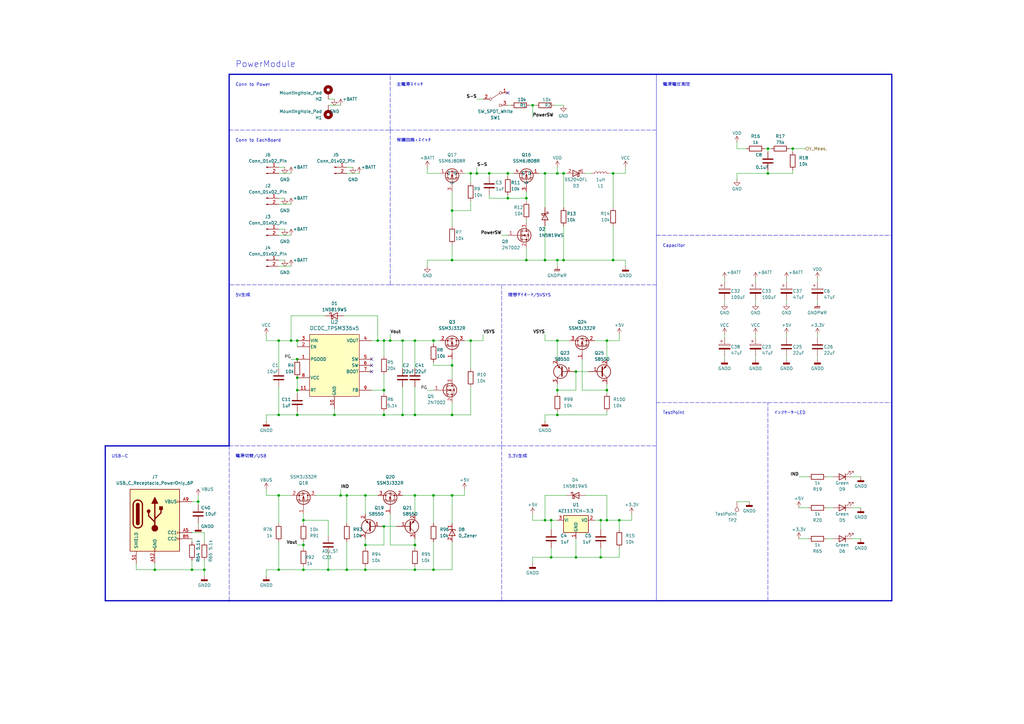
<source format=kicad_sch>
(kicad_sch (version 20230121) (generator eeschema)
  (paper "A3")
  (junction (at 149.86 233.68))
  (junction (at 165.1 139.7))
  (junction (at 139.7 203.2))
  (junction (at 215.9 106.68))
  (junction (at 208.28 81.28))
  (junction (at 114.3 170.18))
  (junction (at 177.8 233.68))
  (junction (at 81.28 205.74))
  (junction (at 193.04 139.7))
  (junction (at 137.16 170.18))
  (junction (at 170.18 233.68))
  (junction (at 254 213.36))
  (junction (at 218.44 43.18))
  (junction (at 170.18 139.7))
  (junction (at 63.5 233.68))
  (junction (at 193.04 71.12))
  (junction (at 157.48 215.9))
  (junction (at 114.3 233.68))
  (junction (at 157.48 160.02))
  (junction (at 160.02 139.7))
  (junction (at 228.6 71.12))
  (junction (at 165.1 170.18))
  (junction (at 124.46 213.36))
  (junction (at 170.18 203.2))
  (junction (at 246.38 228.6))
  (junction (at 134.62 233.68))
  (junction (at 185.42 106.68))
  (junction (at 185.42 86.36))
  (junction (at 223.52 106.68))
  (junction (at 185.42 170.18))
  (junction (at 231.14 106.68))
  (junction (at 157.48 170.18))
  (junction (at 215.9 81.28))
  (junction (at 121.92 170.18))
  (junction (at 114.3 203.2))
  (junction (at 157.48 139.7))
  (junction (at 78.74 233.68))
  (junction (at 149.86 203.2))
  (junction (at 248.92 139.7))
  (junction (at 142.24 203.2))
  (junction (at 223.52 213.36))
  (junction (at 121.92 160.02))
  (junction (at 185.42 149.86))
  (junction (at 121.92 154.94))
  (junction (at 121.92 139.7))
  (junction (at 114.3 139.7))
  (junction (at 142.24 233.68))
  (junction (at 208.28 71.12))
  (junction (at 195.58 71.12))
  (junction (at 228.6 139.7))
  (junction (at 251.46 106.68))
  (junction (at 119.38 139.7))
  (junction (at 251.46 71.12))
  (junction (at 248.92 213.36))
  (junction (at 246.38 213.36))
  (junction (at 228.6 160.02))
  (junction (at 226.06 228.6))
  (junction (at 226.06 213.36))
  (junction (at 200.66 71.12))
  (junction (at 314.96 71.12))
  (junction (at 248.92 160.02))
  (junction (at 177.8 203.2))
  (junction (at 325.12 60.96))
  (junction (at 236.22 152.4))
  (junction (at 231.14 71.12))
  (junction (at 236.22 228.6))
  (junction (at 170.18 223.52))
  (junction (at 154.94 139.7))
  (junction (at 185.42 203.2))
  (junction (at 228.6 170.18))
  (junction (at 228.6 106.68))
  (junction (at 314.96 60.96))
  (junction (at 124.46 223.52))
  (junction (at 170.18 170.18))
  (junction (at 124.46 233.68))
  (junction (at 83.82 233.68))
  (junction (at 223.52 71.12))
  (junction (at 177.8 139.7))
  (junction (at 121.92 147.32))
  (junction (at 149.86 223.52))
  (no_connect (at 208.28 38.1))
  (no_connect (at 152.4 147.32))
  (no_connect (at 152.4 152.4))
  (no_connect (at 152.4 149.86))
  (wire (pts (xy 83.82 233.68) (xy 83.82 236.22)))
  (wire (pts (xy 246.38 224.79) (xy 246.38 228.6)))
  (wire (pts (xy 185.42 86.36) (xy 185.42 92.71)))
  (wire (pts (xy 160.02 210.82) (xy 160.02 223.52)))
  (wire (pts (xy 236.22 220.98) (xy 236.22 228.6)))
  (wire (pts (xy 134.62 227.33) (xy 134.62 233.68)))
  (wire (pts (xy 259.08 210.82) (xy 259.08 213.36)))
  (wire (pts (xy 218.44 228.6) (xy 218.44 231.14)))
  (wire (pts (xy 339.09 195.58) (xy 341.63 195.58)))
  (wire (pts (xy 228.6 160.02) (xy 236.22 160.02)))
  (wire (pts (xy 149.86 233.68) (xy 170.18 233.68)))
  (wire (pts (xy 193.04 170.18) (xy 185.42 170.18)))
  (wire (pts (xy 121.92 170.18) (xy 137.16 170.18)))
  (wire (pts (xy 223.52 170.18) (xy 223.52 172.72)))
  (wire (pts (xy 256.54 106.68) (xy 256.54 109.22)))
  (wire (pts (xy 142.24 233.68) (xy 149.86 233.68)))
  (wire (pts (xy 121.92 223.52) (xy 124.46 223.52)))
  (wire (pts (xy 226.06 228.6) (xy 236.22 228.6)))
  (wire (pts (xy 114.3 139.7) (xy 119.38 139.7)))
  (wire (pts (xy 175.26 160.02) (xy 177.8 160.02)))
  (polyline (pts (xy 365.76 30.48) (xy 365.76 246.38)) (stroke (width 0.5) (type solid)))
  (wire (pts (xy 309.88 146.05) (xy 309.88 147.32)))
  (wire (pts (xy 177.8 203.2) (xy 185.42 203.2)))
  (wire (pts (xy 175.26 71.12) (xy 180.34 71.12)))
  (wire (pts (xy 114.3 233.68) (xy 124.46 233.68)))
  (wire (pts (xy 134.62 233.68) (xy 142.24 233.68)))
  (wire (pts (xy 231.14 71.12) (xy 232.41 71.12)))
  (wire (pts (xy 124.46 214.63) (xy 124.46 213.36)))
  (wire (pts (xy 190.5 200.66) (xy 190.5 203.2)))
  (polyline (pts (xy 93.98 30.48) (xy 365.76 30.48)) (stroke (width 0.5) (type solid)))
  (wire (pts (xy 78.74 229.87) (xy 78.74 233.68)))
  (wire (pts (xy 251.46 71.12) (xy 251.46 85.09)))
  (wire (pts (xy 248.92 213.36) (xy 254 213.36)))
  (polyline (pts (xy 160.02 53.34) (xy 160.02 116.84)) (stroke (width 0) (type dash)))
  (wire (pts (xy 149.86 232.41) (xy 149.86 233.68)))
  (wire (pts (xy 218.44 43.18) (xy 219.71 43.18)))
  (wire (pts (xy 170.18 232.41) (xy 170.18 233.68)))
  (wire (pts (xy 165.1 170.18) (xy 170.18 170.18)))
  (wire (pts (xy 226.06 224.79) (xy 226.06 228.6)))
  (wire (pts (xy 215.9 78.74) (xy 215.9 81.28)))
  (wire (pts (xy 185.42 149.86) (xy 185.42 154.94)))
  (wire (pts (xy 119.38 129.54) (xy 133.35 129.54)))
  (wire (pts (xy 124.46 222.25) (xy 124.46 223.52)))
  (wire (pts (xy 109.22 170.18) (xy 109.22 172.72)))
  (wire (pts (xy 170.18 139.7) (xy 170.18 151.13)))
  (polyline (pts (xy 269.24 165.1) (xy 314.96 165.1)) (stroke (width 0) (type dash)))
  (wire (pts (xy 170.18 210.82) (xy 170.18 203.2)))
  (wire (pts (xy 248.92 168.91) (xy 248.92 170.18)))
  (wire (pts (xy 160.02 139.7) (xy 165.1 139.7)))
  (wire (pts (xy 217.17 43.18) (xy 218.44 43.18)))
  (wire (pts (xy 193.04 158.75) (xy 193.04 170.18)))
  (wire (pts (xy 177.8 139.7) (xy 177.8 140.97)))
  (wire (pts (xy 208.28 71.12) (xy 210.82 71.12)))
  (wire (pts (xy 256.54 106.68) (xy 251.46 106.68)))
  (wire (pts (xy 248.92 147.32) (xy 248.92 139.7)))
  (wire (pts (xy 226.06 213.36) (xy 226.06 217.17)))
  (wire (pts (xy 231.14 106.68) (xy 251.46 106.68)))
  (wire (pts (xy 190.5 139.7) (xy 193.04 139.7)))
  (wire (pts (xy 297.18 124.46) (xy 297.18 123.19)))
  (wire (pts (xy 200.66 71.12) (xy 200.66 72.39)))
  (wire (pts (xy 185.42 106.68) (xy 215.9 106.68)))
  (polyline (pts (xy 205.74 182.88) (xy 205.74 246.38)) (stroke (width 0) (type dash)))
  (wire (pts (xy 140.97 129.54) (xy 154.94 129.54)))
  (wire (pts (xy 193.04 71.12) (xy 195.58 71.12)))
  (wire (pts (xy 78.74 233.68) (xy 63.5 233.68)))
  (wire (pts (xy 121.92 154.94) (xy 121.92 160.02)))
  (wire (pts (xy 238.76 160.02) (xy 248.92 160.02)))
  (wire (pts (xy 160.02 137.16) (xy 160.02 139.7)))
  (wire (pts (xy 193.04 82.55) (xy 193.04 86.36)))
  (wire (pts (xy 208.28 80.01) (xy 208.28 81.28)))
  (wire (pts (xy 314.96 62.23) (xy 314.96 60.96)))
  (wire (pts (xy 175.26 68.58) (xy 175.26 71.12)))
  (wire (pts (xy 335.28 146.05) (xy 335.28 147.32)))
  (wire (pts (xy 223.52 106.68) (xy 228.6 106.68)))
  (wire (pts (xy 228.6 106.68) (xy 231.14 106.68)))
  (wire (pts (xy 177.8 139.7) (xy 180.34 139.7)))
  (wire (pts (xy 254 213.36) (xy 254 217.17)))
  (polyline (pts (xy 160.02 53.34) (xy 269.24 53.34)) (stroke (width 0) (type dash)))
  (wire (pts (xy 246.38 213.36) (xy 246.38 217.17)))
  (wire (pts (xy 325.12 69.85) (xy 325.12 71.12)))
  (wire (pts (xy 142.24 214.63) (xy 142.24 203.2)))
  (wire (pts (xy 152.4 139.7) (xy 154.94 139.7)))
  (wire (pts (xy 154.94 203.2) (xy 149.86 203.2)))
  (wire (pts (xy 218.44 213.36) (xy 223.52 213.36)))
  (polyline (pts (xy 269.24 116.84) (xy 160.02 116.84)) (stroke (width 0) (type dash)))
  (wire (pts (xy 322.58 114.3) (xy 322.58 115.57)))
  (wire (pts (xy 114.3 158.75) (xy 114.3 170.18)))
  (wire (pts (xy 193.04 86.36) (xy 185.42 86.36)))
  (wire (pts (xy 142.24 222.25) (xy 142.24 233.68)))
  (wire (pts (xy 157.48 215.9) (xy 162.56 215.9)))
  (wire (pts (xy 240.03 203.2) (xy 248.92 203.2)))
  (wire (pts (xy 83.82 218.44) (xy 83.82 222.25)))
  (wire (pts (xy 137.16 167.64) (xy 137.16 170.18)))
  (wire (pts (xy 170.18 139.7) (xy 177.8 139.7)))
  (wire (pts (xy 114.3 93.98) (xy 116.84 93.98)))
  (wire (pts (xy 114.3 81.28) (xy 116.84 81.28)))
  (wire (pts (xy 157.48 223.52) (xy 157.48 215.9)))
  (wire (pts (xy 63.5 233.68) (xy 63.5 231.14)))
  (wire (pts (xy 205.74 96.52) (xy 208.28 96.52)))
  (wire (pts (xy 114.3 96.52) (xy 119.38 96.52)))
  (wire (pts (xy 322.58 146.05) (xy 322.58 147.32)))
  (wire (pts (xy 55.88 233.68) (xy 63.5 233.68)))
  (polyline (pts (xy 269.24 96.52) (xy 365.76 96.52)) (stroke (width 0) (type dash)))
  (wire (pts (xy 236.22 152.4) (xy 241.3 152.4)))
  (wire (pts (xy 119.38 129.54) (xy 119.38 139.7)))
  (wire (pts (xy 223.52 71.12) (xy 228.6 71.12)))
  (wire (pts (xy 236.22 228.6) (xy 246.38 228.6)))
  (wire (pts (xy 177.8 233.68) (xy 170.18 233.68)))
  (wire (pts (xy 228.6 168.91) (xy 228.6 170.18)))
  (wire (pts (xy 114.3 170.18) (xy 121.92 170.18)))
  (wire (pts (xy 165.1 158.75) (xy 165.1 170.18)))
  (wire (pts (xy 121.92 161.29) (xy 121.92 160.02)))
  (wire (pts (xy 195.58 40.64) (xy 198.12 40.64)))
  (wire (pts (xy 114.3 68.58) (xy 116.84 68.58)))
  (wire (pts (xy 154.94 139.7) (xy 157.48 139.7)))
  (wire (pts (xy 208.28 43.18) (xy 209.55 43.18)))
  (wire (pts (xy 349.25 208.28) (xy 353.06 208.28)))
  (wire (pts (xy 309.88 114.3) (xy 309.88 115.57)))
  (wire (pts (xy 124.46 233.68) (xy 124.46 232.41)))
  (wire (pts (xy 177.8 222.25) (xy 177.8 233.68)))
  (wire (pts (xy 228.6 160.02) (xy 228.6 161.29)))
  (wire (pts (xy 149.86 223.52) (xy 149.86 224.79)))
  (wire (pts (xy 248.92 160.02) (xy 248.92 161.29)))
  (wire (pts (xy 195.58 68.58) (xy 195.58 71.12)))
  (wire (pts (xy 208.28 81.28) (xy 215.9 81.28)))
  (wire (pts (xy 240.03 71.12) (xy 242.57 71.12)))
  (wire (pts (xy 114.3 71.12) (xy 119.38 71.12)))
  (wire (pts (xy 124.46 233.68) (xy 134.62 233.68)))
  (wire (pts (xy 114.3 109.22) (xy 119.38 109.22)))
  (wire (pts (xy 193.04 139.7) (xy 193.04 151.13)))
  (wire (pts (xy 121.92 168.91) (xy 121.92 170.18)))
  (wire (pts (xy 322.58 124.46) (xy 322.58 123.19)))
  (wire (pts (xy 177.8 148.59) (xy 177.8 149.86)))
  (wire (pts (xy 114.3 139.7) (xy 114.3 151.13)))
  (wire (pts (xy 314.96 60.96) (xy 313.69 60.96)))
  (wire (pts (xy 223.52 137.16) (xy 223.52 139.7)))
  (wire (pts (xy 124.46 213.36) (xy 124.46 210.82)))
  (wire (pts (xy 170.18 158.75) (xy 170.18 170.18)))
  (polyline (pts (xy 93.98 182.88) (xy 93.98 30.48)) (stroke (width 0.5) (type solid)))
  (wire (pts (xy 233.68 139.7) (xy 228.6 139.7)))
  (wire (pts (xy 200.66 81.28) (xy 208.28 81.28)))
  (polyline (pts (xy 93.98 53.34) (xy 160.02 53.34)) (stroke (width 0) (type dash)))
  (wire (pts (xy 228.6 109.22) (xy 228.6 106.68)))
  (wire (pts (xy 185.42 147.32) (xy 185.42 149.86)))
  (wire (pts (xy 223.52 203.2) (xy 223.52 213.36)))
  (wire (pts (xy 314.96 60.96) (xy 316.23 60.96)))
  (wire (pts (xy 314.96 69.85) (xy 314.96 71.12)))
  (wire (pts (xy 193.04 139.7) (xy 198.12 139.7)))
  (wire (pts (xy 81.28 203.2) (xy 81.28 205.74)))
  (wire (pts (xy 195.58 71.12) (xy 200.66 71.12)))
  (wire (pts (xy 220.98 71.12) (xy 223.52 71.12)))
  (wire (pts (xy 114.3 106.68) (xy 116.84 106.68)))
  (wire (pts (xy 297.18 114.3) (xy 297.18 115.57)))
  (wire (pts (xy 109.22 139.7) (xy 114.3 139.7)))
  (wire (pts (xy 185.42 203.2) (xy 190.5 203.2)))
  (polyline (pts (xy 314.96 246.38) (xy 314.96 165.1)) (stroke (width 0) (type dash)))
  (wire (pts (xy 109.22 233.68) (xy 114.3 233.68)))
  (wire (pts (xy 254 213.36) (xy 259.08 213.36)))
  (wire (pts (xy 215.9 81.28) (xy 215.9 82.55)))
  (polyline (pts (xy 205.74 182.88) (xy 269.24 182.88)) (stroke (width 0) (type dash)))
  (wire (pts (xy 134.62 43.18) (xy 139.7 43.18)))
  (wire (pts (xy 297.18 137.16) (xy 297.18 138.43)))
  (wire (pts (xy 185.42 78.74) (xy 185.42 86.36)))
  (wire (pts (xy 157.48 139.7) (xy 157.48 146.05)))
  (wire (pts (xy 165.1 139.7) (xy 165.1 151.13)))
  (wire (pts (xy 139.7 200.66) (xy 139.7 203.2)))
  (wire (pts (xy 185.42 233.68) (xy 177.8 233.68)))
  (wire (pts (xy 246.38 228.6) (xy 254 228.6)))
  (wire (pts (xy 177.8 203.2) (xy 177.8 214.63)))
  (wire (pts (xy 335.28 114.3) (xy 335.28 115.57)))
  (wire (pts (xy 251.46 92.71) (xy 251.46 106.68)))
  (wire (pts (xy 170.18 223.52) (xy 170.18 224.79)))
  (wire (pts (xy 223.52 213.36) (xy 226.06 213.36)))
  (wire (pts (xy 297.18 147.32) (xy 297.18 146.05)))
  (wire (pts (xy 228.6 170.18) (xy 248.92 170.18)))
  (wire (pts (xy 254 224.79) (xy 254 228.6)))
  (wire (pts (xy 302.26 60.96) (xy 306.07 60.96)))
  (wire (pts (xy 170.18 203.2) (xy 177.8 203.2)))
  (wire (pts (xy 223.52 71.12) (xy 223.52 85.09)))
  (polyline (pts (xy 160.02 116.84) (xy 93.98 116.84)) (stroke (width 0) (type dash)))
  (wire (pts (xy 157.48 168.91) (xy 157.48 170.18)))
  (wire (pts (xy 248.92 203.2) (xy 248.92 213.36)))
  (wire (pts (xy 149.86 203.2) (xy 149.86 210.82)))
  (wire (pts (xy 302.26 71.12) (xy 314.96 71.12)))
  (wire (pts (xy 55.88 231.14) (xy 55.88 233.68)))
  (wire (pts (xy 142.24 68.58) (xy 144.78 68.58)))
  (wire (pts (xy 335.28 137.16) (xy 335.28 138.43)))
  (wire (pts (xy 121.92 139.7) (xy 121.92 142.24)))
  (wire (pts (xy 190.5 71.12) (xy 193.04 71.12)))
  (wire (pts (xy 246.38 213.36) (xy 248.92 213.36)))
  (wire (pts (xy 309.88 124.46) (xy 309.88 123.19)))
  (wire (pts (xy 218.44 43.18) (xy 218.44 48.26)))
  (polyline (pts (xy 160.02 53.34) (xy 160.02 30.48)) (stroke (width 0) (type dash)))
  (wire (pts (xy 335.28 123.19) (xy 335.28 124.46)))
  (wire (pts (xy 109.22 139.7) (xy 109.22 137.16)))
  (wire (pts (xy 157.48 153.67) (xy 157.48 160.02)))
  (wire (pts (xy 223.52 92.71) (xy 223.52 106.68)))
  (wire (pts (xy 109.22 236.22) (xy 109.22 233.68)))
  (wire (pts (xy 149.86 220.98) (xy 149.86 223.52)))
  (wire (pts (xy 114.3 203.2) (xy 119.38 203.2)))
  (wire (pts (xy 124.46 213.36) (xy 134.62 213.36)))
  (wire (pts (xy 124.46 223.52) (xy 124.46 224.79)))
  (polyline (pts (xy 43.18 246.38) (xy 43.18 182.88)) (stroke (width 0.5)))
  (wire (pts (xy 114.3 83.82) (xy 119.38 83.82)))
  (wire (pts (xy 238.76 147.32) (xy 238.76 160.02)))
  (wire (pts (xy 152.4 160.02) (xy 157.48 160.02)))
  (wire (pts (xy 78.74 233.68) (xy 83.82 233.68)))
  (wire (pts (xy 231.14 71.12) (xy 228.6 71.12)))
  (polyline (pts (xy 269.24 30.48) (xy 269.24 246.38)) (stroke (width 0) (type solid)))
  (wire (pts (xy 160.02 223.52) (xy 170.18 223.52)))
  (wire (pts (xy 223.52 170.18) (xy 228.6 170.18)))
  (polyline (pts (xy 43.18 182.88) (xy 93.98 182.88)) (stroke (width 0.5)))
  (polyline (pts (xy 205.74 116.84) (xy 205.74 182.88)) (stroke (width 0) (type dash)))
  (wire (pts (xy 215.9 101.6) (xy 215.9 106.68)))
  (wire (pts (xy 228.6 157.48) (xy 228.6 160.02)))
  (wire (pts (xy 339.09 208.28) (xy 341.63 208.28)))
  (wire (pts (xy 309.88 137.16) (xy 309.88 138.43)))
  (wire (pts (xy 185.42 106.68) (xy 175.26 106.68)))
  (wire (pts (xy 134.62 219.71) (xy 134.62 213.36)))
  (wire (pts (xy 327.66 208.28) (xy 331.47 208.28)))
  (wire (pts (xy 142.24 203.2) (xy 149.86 203.2)))
  (wire (pts (xy 325.12 60.96) (xy 330.2 60.96)))
  (wire (pts (xy 228.6 68.58) (xy 228.6 71.12)))
  (wire (pts (xy 349.25 220.98) (xy 353.06 220.98)))
  (wire (pts (xy 175.26 106.68) (xy 175.26 109.22)))
  (wire (pts (xy 325.12 60.96) (xy 325.12 62.23)))
  (wire (pts (xy 154.94 129.54) (xy 154.94 139.7)))
  (wire (pts (xy 157.48 170.18) (xy 165.1 170.18)))
  (wire (pts (xy 165.1 203.2) (xy 170.18 203.2)))
  (wire (pts (xy 302.26 205.74) (xy 307.34 205.74)))
  (wire (pts (xy 121.92 147.32) (xy 119.38 147.32)))
  (wire (pts (xy 254 137.16) (xy 254 139.7)))
  (polyline (pts (xy 314.96 165.1) (xy 365.76 165.1)) (stroke (width 0) (type dash)))
  (wire (pts (xy 208.28 71.12) (xy 208.28 72.39)))
  (wire (pts (xy 302.26 73.66) (xy 302.26 71.12)))
  (wire (pts (xy 170.18 170.18) (xy 185.42 170.18)))
  (wire (pts (xy 170.18 220.98) (xy 170.18 223.52)))
  (wire (pts (xy 198.12 137.16) (xy 198.12 139.7)))
  (wire (pts (xy 322.58 137.16) (xy 322.58 138.43)))
  (wire (pts (xy 129.54 203.2) (xy 139.7 203.2)))
  (polyline (pts (xy 93.98 246.38) (xy 43.18 246.38)) (stroke (width 0.5)))
  (wire (pts (xy 223.52 203.2) (xy 232.41 203.2)))
  (wire (pts (xy 314.96 71.12) (xy 325.12 71.12)))
  (wire (pts (xy 302.26 58.42) (xy 302.26 60.96)))
  (wire (pts (xy 109.22 203.2) (xy 114.3 203.2)))
  (wire (pts (xy 248.92 157.48) (xy 248.92 160.02)))
  (wire (pts (xy 243.84 213.36) (xy 246.38 213.36)))
  (wire (pts (xy 137.16 170.18) (xy 157.48 170.18)))
  (wire (pts (xy 236.22 160.02) (xy 236.22 152.4)))
  (wire (pts (xy 223.52 139.7) (xy 228.6 139.7)))
  (wire (pts (xy 177.8 149.86) (xy 185.42 149.86)))
  (wire (pts (xy 250.19 71.12) (xy 251.46 71.12)))
  (wire (pts (xy 134.62 40.64) (xy 137.16 40.64)))
  (wire (pts (xy 231.14 92.71) (xy 231.14 106.68)))
  (wire (pts (xy 78.74 220.98) (xy 78.74 222.25)))
  (wire (pts (xy 228.6 139.7) (xy 228.6 147.32)))
  (wire (pts (xy 157.48 139.7) (xy 160.02 139.7)))
  (wire (pts (xy 227.33 43.18) (xy 231.14 43.18)))
  (wire (pts (xy 157.48 161.29) (xy 157.48 160.02)))
  (wire (pts (xy 248.92 139.7) (xy 254 139.7)))
  (wire (pts (xy 119.38 139.7) (xy 121.92 139.7)))
  (wire (pts (xy 185.42 203.2) (xy 185.42 214.63)))
  (wire (pts (xy 200.66 80.01) (xy 200.66 81.28)))
  (wire (pts (xy 231.14 71.12) (xy 231.14 85.09)))
  (wire (pts (xy 185.42 222.25) (xy 185.42 233.68)))
  (wire (pts (xy 149.86 223.52) (xy 157.48 223.52)))
  (wire (pts (xy 109.22 170.18) (xy 114.3 170.18)))
  (wire (pts (xy 256.54 68.58) (xy 256.54 71.12)))
  (wire (pts (xy 327.66 220.98) (xy 331.47 220.98)))
  (wire (pts (xy 327.66 195.58) (xy 331.47 195.58)))
  (wire (pts (xy 78.74 218.44) (xy 83.82 218.44)))
  (wire (pts (xy 81.28 205.74) (xy 81.28 207.01)))
  (wire (pts (xy 142.24 71.12) (xy 147.32 71.12)))
  (wire (pts (xy 226.06 213.36) (xy 228.6 213.36)))
  (wire (pts (xy 215.9 90.17) (xy 215.9 91.44)))
  (wire (pts (xy 185.42 100.33) (xy 185.42 106.68)))
  (wire (pts (xy 114.3 222.25) (xy 114.3 233.68)))
  (wire (pts (xy 165.1 139.7) (xy 170.18 139.7)))
  (wire (pts (xy 251.46 71.12) (xy 256.54 71.12)))
  (wire (pts (xy 349.25 195.58) (xy 353.06 195.58)))
  (polyline (pts (xy 93.98 182.88) (xy 93.98 246.38)) (stroke (width 0) (type dash)))
  (wire (pts (xy 193.04 71.12) (xy 193.04 74.93)))
  (polyline (pts (xy 365.76 246.38) (xy 93.98 246.38)) (stroke (width 0.5) (type solid)))
  (wire (pts (xy 114.3 203.2) (xy 114.3 214.63)))
  (polyline (pts (xy 93.98 182.88) (xy 205.74 182.88)) (stroke (width 0) (type dash)))
  (wire (pts (xy 200.66 71.12) (xy 208.28 71.12)))
  (wire (pts (xy 218.44 228.6) (xy 226.06 228.6)))
  (wire (pts (xy 81.28 214.63) (xy 81.28 215.9)))
  (wire (pts (xy 109.22 200.66) (xy 109.22 203.2)))
  (wire (pts (xy 339.09 220.98) (xy 341.63 220.98)))
  (wire (pts (xy 83.82 229.87) (xy 83.82 233.68)))
  (wire (pts (xy 139.7 203.2) (xy 142.24 203.2)))
  (wire (pts (xy 243.84 139.7) (xy 248.92 139.7)))
  (wire (pts (xy 78.74 205.74) (xy 81.28 205.74)))
  (wire (pts (xy 215.9 106.68) (xy 223.52 106.68)))
  (wire (pts (xy 323.85 60.96) (xy 325.12 60.96)))
  (wire (pts (xy 185.42 165.1) (xy 185.42 170.18)))
  (wire (pts (xy 218.44 210.82) (xy 218.44 213.36)))
  (text "5V生成" (at 96.52 121.92 0) (effects (font (size 1.27 1.27)) (justify left bottom)))
  (text "電源切替/USB" (at 96.52 187.96 0) (effects (font (size 1.27 1.27)) (justify left bottom)))
  (text "電源電圧測定" (at 271.78 35.56 0) (effects (font (size 1.27 1.27)) (justify left bottom)))
  (text "Conn to EachBoard" (at 96.52 58.42 0) (effects (font (size 1.27 1.27)) (justify left bottom)))
  (text "3.3V生成" (at 208.28 187.96 0) (effects (font (size 1.27 1.27)) (justify left bottom)))
  (text "主電源スイッチ" (at 162.56 35.56 0) (effects (font (size 1.27 1.27)) (justify left bottom)))
  (text "Conn to Power" (at 96.52 35.56 0) (effects (font (size 1.27 1.27)) (justify left bottom)))
  (text "理想ダイオード/5VSYS" (at 208.28 121.92 0) (effects (font (size 1.27 1.27)) (justify left bottom)))
  (text "保護回路・スイッチ" (at 162.56 58.42 0) (effects (font (size 1.27 1.27)) (justify left bottom)))
  (text "TestPoint" (at 271.78 170.18 0) (effects (font (size 1.27 1.27)) (justify left bottom)))
  (text "Capacitor" (at 271.78 101.6 0) (effects (font (size 1.27 1.27)) (justify left bottom)))
  (text "USB-C" (at 45.72 187.96 0) (effects (font (size 1.27 1.27)) (justify left bottom)))
  (text "インジケーターLED" (at 317.5 170.18 0) (effects (font (size 1.27 1.27)) (justify left bottom)))
  (text "PowerModule" (at 96.52 27.94 0) (effects (font (size 2.54 2.54)) (justify left bottom)))
  (label "Vout" (at 160.02 137.16 0) (effects (font (thickness 0.254) bold)))
  (label "Vout" (at 121.92 223.52 180) (effects (font (thickness 0.254) bold)))
  (label "VSYS" (at 198.12 137.16 0) (effects (font (thickness 0.254) bold)))
  (label "VSYS" (at 223.52 137.16 180) (effects (font (thickness 0.254) bold)))
  (label "PowerSW" (at 205.74 96.52 180) (effects (font (thickness 0.254) bold)))
  (label "S-S" (at 195.58 40.64 180) (effects (font (thickness 0.254) bold)))
  (label "IND" (at 139.7 200.66 0) (effects (font (thickness 0.254) bold)))
  (label "S-S" (at 195.58 68.58 0) (effects (font (thickness 0.254) bold)))
  (label "IND" (at 327.66 195.58 180) (effects (font (thickness 0.254) bold)))
  (label "PowerSW" (at 218.44 48.26 0) (effects (font (thickness 0.254) bold)))
  (label "PG" (at 175.26 160.02 180))
  (label "PG" (at 119.38 147.32 180))
  (hierarchical_label "V_Meas." (shape input) (at 330.2 60.96 0))
  (symbol (lib_id "Device:C_Polarized") (at 335.28 119.38 0) (unit 1)
    (property "Reference" "C6" (at 337.82 119.38 0) (effects (justify left)))
    (property "Value" "47uF" (at 337.82 121.92 0) (effects (justify left)))
    (property "Footprint" "Capacitor_SMD:CP_Elec_6.3x5.4" (effects hide))
    (instances (project "Main" (path "" (reference "C6") (unit 1))) (project "Drive" (path "" (reference "C22") (unit 1))))
  )
  (symbol (lib_id "power:GND") (at 175.26 109.22 0) (unit 1)
    (property "Reference" "#PWR05" (effects hide))
    (property "Value" "GND" (at 175.26 113.03 0))
    (instances (project "Main" (path "" (reference "#PWR05") (unit 1))) (project "Drive" (path "" (reference "#PWR038") (unit 1))))
  )
  (symbol (lib_id "Device:R") (at 335.28 208.28 270) (mirror x) (unit 1)
    (property "Reference" "R20" (at 335.28 213.36 90))
    (property "Value" "1k" (at 335.28 210.82 90))
    (property "Footprint" "Resistor_SMD:R_0402_1005Metric" (effects hide))
    (instances (project "Main" (path "" (reference "R20") (unit 1))) (project "Drive" (path "" (reference "R32") (unit 1))))
  )
  (symbol (lib_id "Device:R") (at 309.88 60.96 90) (unit 1)
    (property "Reference" "R16" (at 309.88 55.88 90))
    (property "Value" "1k" (at 309.88 58.42 90))
    (property "Footprint" "Resistor_SMD:R_0603_1608Metric" (effects hide))
    (instances (project "Main" (path "" (reference "R16") (unit 1))) (project "Drive" (path "" (reference "R28") (unit 1))))
  )
  (symbol (lib_id "Device:LED") (at 345.44 195.58 180) (unit 1)
    (property "Reference" "D9" (at 345.44 200.66 0))
    (property "Value" "Green" (at 345.44 198.12 0))
    (property "Footprint" "LED_SMD:LED_0603_1608Metric_Pad1.05x0.95mm_HandSolder" (effects hide))
    (instances (project "Main" (path "" (reference "D9") (unit 1))) (project "Drive" (path "" (reference "D7") (unit 1))))
  )
  (symbol (lib_id "Device:C") (at 335.28 142.24 0) (unit 1)
    (property "Reference" "C26" (at 337.82 142.24 0) (effects (justify left)))
    (property "Value" "22uF" (at 337.82 144.78 0) (effects (justify left)))
    (property "Footprint" "Capacitor_SMD:C_0805_2012Metric" (effects hide))
  )
  (symbol (lib_id "Device:C_Polarized") (at 297.18 119.38 0) (unit 1)
    (property "Reference" "C32" (at 299.72 119.38 0) (effects (justify left)))
    (property "Value" "100uF" (at 299.72 121.92 0) (effects (justify left)))
    (property "Footprint" "TomoshibiLibrary:Capacitor_Alum_Radial_5.0x11.0mm_Horizontal" (effects hide))
  )
  (symbol (lib_id "Device:R") (at 193.04 78.74 0) (unit 1)
    (property "Reference" "R9" (at 194.31 77.47 0) (effects (justify left)))
    (property "Value" "10k" (at 194.31 80.01 0) (effects (justify left)))
    (property "Footprint" "Resistor_SMD:R_0402_1005Metric" (effects hide))
    (instances (project "Main" (path "" (reference "R9") (unit 1))) (project "Drive" (path "" (reference "R18") (unit 1))))
  )
  (symbol (lib_id "power:+5V") (at 218.44 210.82 0) (unit 1)
    (property "Reference" "#PWR07" (effects hide))
    (property "Value" "+5V" (at 218.44 207.01 0))
    (instances (project "Main" (path "" (reference "#PWR07") (unit 1))) (project "Drive" (path "" (reference "#PWR040") (unit 1))))
  )
  (symbol (lib_id "Device:Q_PNP_BEC") (at 152.4 215.9 180) (unit 1)
    (property "Reference" "Q19" (at 157.48 208.28 0) (effects (justify left)))
    (property "Value" "S8550" (at 157.48 210.82 0) (effects (justify left)))
    (property "Footprint" "Package_TO_SOT_SMD:SOT-23" (effects hide))
    (instances (project "Main" (path "" (reference "Q19") (unit 1))) (project "Drive" (path "" (reference "Q2") (unit 1))))
  )
  (symbol (lib_id "power:+3.3V") (at 259.08 210.82 0) (unit 1)
    (property "Reference" "#PWR013" (effects hide))
    (property "Value" "+3.3V" (at 259.08 207.01 0))
    (instances (project "Main" (path "" (reference "#PWR013") (unit 1))) (project "Drive" (path "" (reference "#PWR049") (unit 1))))
  )
  (symbol (lib_id "Device:R") (at 228.6 165.1 180) (unit 1)
    (property "Reference" "R99" (at 231.14 163.8299 0) (effects (justify right)))
    (property "Value" "10k" (at 231.14 166.3699 0) (effects (justify right)))
    (property "Footprint" "Resistor_SMD:R_0402_1005Metric" (effects hide))
    (instances (project "Main" (path "" (reference "R99") (unit 1))) (project "Drive" (path "" (reference "R23") (unit 1))))
  )
  (symbol (lib_id "power:+BATT") (at 147.32 71.12 0) (unit 1)
    (property "Reference" "#PWR037" (effects hide))
    (property "Value" "+BATT" (at 151.13 68.58 0))
    (instances (project "Main" (path "" (reference "#PWR037") (unit 1))) (project "Drive" (path "" (reference "#PWR034") (unit 1))))
  )
  (symbol (lib_id "Device:C") (at 121.92 165.1 0) (mirror y) (unit 1)
    (property "Reference" "C11" (at 119.38 163.83 0) (effects (justify left)))
    (property "Value" "1uF" (at 119.38 166.37 0) (effects (justify left)))
    (property "Footprint" "Capacitor_SMD:C_0402_1005Metric" (effects hide))
  )
  (symbol (lib_id "power:GND") (at 116.84 81.28 0) (unit 1)
    (property "Reference" "#PWR099" (effects hide))
    (property "Value" "GND" (at 116.84 86.36 0))
    (instances (project "Main" (path "" (reference "#PWR099") (unit 1))) (project "Drive" (path "" (reference "#PWR022") (unit 1))))
  )
  (symbol (lib_id "Device:R") (at 78.74 226.06 0) (mirror x) (unit 1)
    (property "Reference" "R64" (at 81.28 228.6 90))
    (property "Value" "5.1k" (at 81.28 223.52 90))
    (property "Footprint" "Resistor_SMD:R_0402_1005Metric" (effects hide))
  )
  (symbol (lib_id "Device:C") (at 322.58 142.24 0) (unit 1)
    (property "Reference" "C25" (at 325.12 142.24 0) (effects (justify left)))
    (property "Value" "22uF" (at 325.12 144.78 0) (effects (justify left)))
    (property "Footprint" "Capacitor_SMD:C_0805_2012Metric" (effects hide))
  )
  (symbol (lib_id "power:+5V") (at 190.5 200.66 0) (mirror y) (unit 1)
    (property "Reference" "#PWR0119" (effects hide))
    (property "Value" "+5V" (at 190.5 196.85 0))
    (instances (project "Main" (path "" (reference "#PWR0119") (unit 1))) (project "Drive" (path "" (reference "#PWR039") (unit 1))))
  )
  (symbol (lib_id "power:+3.3V") (at 327.66 220.98 0) (unit 1)
    (property "Reference" "#PWR025" (effects hide))
    (property "Value" "+3.3V" (at 327.66 217.17 0))
    (instances (project "Main" (path "" (reference "#PWR025") (unit 1))) (project "Drive" (path "" (reference "#PWR062") (unit 1))))
  )
  (symbol (lib_id "Device:C_Polarized") (at 297.18 142.24 0) (unit 1)
    (property "Reference" "C38" (at 299.72 142.24 0) (effects (justify left)))
    (property "Value" "47uF" (at 299.72 144.78 0) (effects (justify left)))
    (property "Footprint" "Capacitor_SMD:CP_Elec_6.3x5.4" (effects hide))
  )
  (symbol (lib_id "Device:C_Polarized") (at 322.58 119.38 0) (unit 1)
    (property "Reference" "C37" (at 325.12 119.38 0) (effects (justify left)))
    (property "Value" "47uF" (at 325.12 121.92 0) (effects (justify left)))
    (property "Footprint" "Capacitor_SMD:CP_Elec_6.3x5.4" (effects hide))
  )
  (symbol (lib_id "power:+BATT") (at 139.7 43.18 0) (unit 1)
    (property "Reference" "#PWR030" (effects hide))
    (property "Value" "+BATT" (at 143.51 40.64 0))
  )
  (symbol (lib_name "D_Schottky_3") (lib_id "Device:D_Schottky") (at 137.16 129.54 0) (unit 1)
    (property "Reference" "D1" (at 137.16 124.46 0))
    (property "Value" "1N5819WS" (at 137.16 127 0))
    (property "Footprint" "Diode_SMD:D_SOD-323_HandSoldering" (effects hide))
    (instances (project "Main" (path "" (reference "D1") (unit 1))) (project "Drive" (path "" (reference "D2") (unit 1))))
  )
  (symbol (lib_id "Connector:Conn_01x02_Pin") (at 109.22 81.28 0) (unit 1)
    (property "Reference" "J2" (at 109.855 76.2 0))
    (property "Value" "Conn_01x02_Pin" (at 109.855 78.74 0))
    (property "Footprint" "Connector_Molex:Molex_SPOX_5268-02A_1x02_P2.50mm_Horizontal" (effects hide))
  )
  (symbol (lib_id "power:GNDD") (at 353.06 195.58 0) (unit 1)
    (property "Reference" "#PWR0124" (effects hide))
    (property "Value" "GNDD" (at 353.06 199.39 0))
    (instances (project "Main" (path "" (reference "#PWR0124") (unit 1))) (project "Drive" (path "" (reference "#PWR065") (unit 1))))
  )
  (symbol (lib_id "Connector:Conn_01x02_Pin") (at 109.22 93.98 0) (unit 1)
    (property "Reference" "J3" (at 109.855 88.9 0))
    (property "Value" "Conn_01x02_Pin" (at 109.855 91.44 0))
    (property "Footprint" "Connector_Molex:Molex_SPOX_5268-02A_1x02_P2.50mm_Horizontal" (effects hide))
  )
  (symbol (lib_id "Device:R") (at 215.9 86.36 0) (mirror y) (unit 1)
    (property "Reference" "R12" (at 214.63 85.09 0) (effects (justify left)))
    (property "Value" "10k" (at 214.63 87.63 0) (effects (justify left)))
    (property "Footprint" "Resistor_SMD:R_0402_1005Metric" (effects hide))
    (instances (project "Main" (path "" (reference "R12") (unit 1))) (project "Drive" (path "" (reference "R21") (unit 1))))
  )
  (symbol (lib_id "Device:R") (at 223.52 43.18 90) (unit 1)
    (property "Reference" "R2" (at 226.06 43.18 90) (effects (justify left)))
    (property "Value" "10k" (at 226.06 40.8686 90) (effects (justify left)))
    (property "Footprint" "Resistor_SMD:R_0402_1005Metric" (effects hide))
    (instances (project "Main" (path "" (reference "R2") (unit 1))) (project "Drive" (path "" (reference "R22") (unit 1))))
  )
  (symbol (lib_id "power:GNDPWR") (at 335.28 124.46 0) (unit 1)
    (property "Reference" "#PWR016" (effects hide))
    (property "Value" "GNDPWR" (at 335.153 128.27 0))
    (instances (project "Main" (path "" (reference "#PWR016") (unit 1))) (project "Drive" (path "" (reference "#PWR053") (unit 1))))
  )
  (symbol (lib_id "Device:R") (at 320.04 60.96 90) (unit 1)
    (property "Reference" "R17" (at 320.04 55.88 90))
    (property "Value" "75k" (at 320.04 58.42 90))
    (property "Footprint" "Resistor_SMD:R_0603_1608Metric" (effects hide))
    (instances (project "Main" (path "" (reference "R17") (unit 1))) (project "Drive" (path "" (reference "R29") (unit 1))))
  )
  (symbol (lib_id "Device:C") (at 200.66 76.2 0) (unit 1)
    (property "Reference" "C3" (at 203.2 74.93 0) (effects (justify left)))
    (property "Value" "1uF" (at 203.2 77.47 0) (effects (justify left)))
    (property "Footprint" "Capacitor_SMD:C_0402_1005Metric" (effects hide))
    (instances (project "Main" (path "" (reference "C3") (unit 1))) (project "Drive" (path "" (reference "C19") (unit 1))))
  )
  (symbol (lib_id "power:VDD") (at 228.6 68.58 0) (unit 1)
    (property "Reference" "#PWR09" (effects hide))
    (property "Value" "VDD" (at 228.6 64.77 0))
    (instances (project "Main" (path "" (reference "#PWR09") (unit 1))) (project "Drive" (path "" (reference "#PWR043") (unit 1))))
  )
  (symbol (lib_id "Device:R") (at 142.24 218.44 180) (unit 1)
    (property "Reference" "R93" (at 144.78 217.1699 0) (effects (justify right)))
    (property "Value" "10k" (at 144.78 219.7099 0) (effects (justify right)))
    (property "Footprint" "Resistor_SMD:R_0402_1005Metric" (effects hide))
    (instances (project "Main" (path "" (reference "R93") (unit 1))) (project "Drive" (path "" (reference "R8") (unit 1))))
  )
  (symbol (lib_id "power:GNDD") (at 109.22 236.22 0) (unit 1)
    (property "Reference" "#PWR0118" (effects hide))
    (property "Value" "GNDD" (at 109.22 240.03 0))
    (instances (project "Main" (path "" (reference "#PWR0118") (unit 1))) (project "Drive" (path "" (reference "#PWR020") (unit 1))))
  )
  (symbol (lib_id "power:GNDD") (at 353.06 220.98 0) (unit 1)
    (property "Reference" "#PWR029" (effects hide))
    (property "Value" "GNDD" (at 353.06 224.79 0))
    (instances (project "Main" (path "" (reference "#PWR029") (unit 1))) (project "Drive" (path "" (reference "#PWR067") (unit 1))))
  )
  (symbol (lib_id "power:GNDD") (at 223.52 172.72 0) (unit 1)
    (property "Reference" "#PWR0120" (effects hide))
    (property "Value" "GNDD" (at 223.52 176.53 0))
    (instances (project "Main" (path "" (reference "#PWR0120") (unit 1))) (project "Drive" (path "" (reference "#PWR042") (unit 1))))
  )
  (symbol (lib_id "Device:C") (at 165.1 154.94 0) (unit 1)
    (property "Reference" "C2" (at 165.1 149.86 0) (effects (justify left)))
    (property "Value" "22uF" (at 165.1 152.4 0) (effects (justify left)))
    (property "Footprint" "Capacitor_SMD:C_0805_2012Metric" (effects hide))
    (instances (project "Main" (path "" (reference "C2") (unit 1))) (project "Drive" (path "" (reference "C18") (unit 1))))
  )
  (symbol (lib_id "power:+5V") (at 327.66 208.28 0) (unit 1)
    (property "Reference" "#PWR024" (effects hide))
    (property "Value" "+5V" (at 327.66 204.47 0))
    (instances (project "Main" (path "" (reference "#PWR024") (unit 1))) (project "Drive" (path "" (reference "#PWR061") (unit 1))))
  )
  (symbol (lib_id "power:+5V") (at 322.58 137.16 0) (unit 1)
    (property "Reference" "#PWR022" (effects hide))
    (property "Value" "+5V" (at 322.58 133.35 0))
    (instances (project "Main" (path "" (reference "#PWR022") (unit 1))) (project "Drive" (path "" (reference "#PWR059") (unit 1))))
  )
  (symbol (lib_id "power:VDD") (at 335.28 114.3 0) (unit 1)
    (property "Reference" "#PWR015" (effects hide))
    (property "Value" "VDD" (at 335.28 110.49 0))
    (instances (project "Main" (path "" (reference "#PWR015") (unit 1))) (project "Drive" (path "" (reference "#PWR052") (unit 1))))
  )
  (symbol (lib_id "Transistor_FET:2N7002") (at 182.88 160.02 0) (unit 1)
    (property "Reference" "Q5" (at 175.26 162.56 0) (effects (justify left)))
    (property "Value" "2N7002" (at 175.26 165.1 0) (effects (justify left)))
    (property "Footprint" "Package_TO_SOT_SMD:SOT-23" (effects hide))
    (property "Datasheet" "https://www.onsemi.com/pub/Collateral/NDS7002A-D.PDF" (effects hide))
  )
  (symbol (lib_id "power:GND") (at 144.78 68.58 0) (unit 1)
    (property "Reference" "#PWR0115" (effects hide))
    (property "Value" "GND" (at 144.78 73.66 0))
    (instances (project "Main" (path "" (reference "#PWR0115") (unit 1))) (project "Drive" (path "" (reference "#PWR031") (unit 1))))
  )
  (symbol (lib_id "power:GND") (at 116.84 106.68 0) (unit 1)
    (property "Reference" "#PWR0114" (effects hide))
    (property "Value" "GND" (at 116.84 111.76 0))
    (instances (project "Main" (path "" (reference "#PWR0114") (unit 1))) (project "Drive" (path "" (reference "#PWR024") (unit 1))))
  )
  (symbol (lib_id "Device:R") (at 185.42 96.52 0) (unit 1)
    (property "Reference" "R7" (at 186.69 95.25 0) (effects (justify left)))
    (property "Value" "10k" (at 186.69 97.79 0) (effects (justify left)))
    (property "Footprint" "Resistor_SMD:R_0402_1005Metric" (effects hide))
    (instances (project "Main" (path "" (reference "R7") (unit 1))) (project "Drive" (path "" (reference "R16") (unit 1))))
  )
  (symbol (lib_id "Transistor_FET:2N7002") (at 213.36 96.52 0) (unit 1)
    (property "Reference" "Q8" (at 205.74 99.06 0) (effects (justify left)))
    (property "Value" "2N7002" (at 205.74 101.6 0) (effects (justify left)))
    (property "Footprint" "Package_TO_SOT_SMD:SOT-23" (effects hide))
    (property "Datasheet" "https://www.onsemi.com/pub/Collateral/NDS7002A-D.PDF" (effects hide))
  )
  (symbol (lib_id "power:+BATT") (at 119.38 109.22 0) (unit 1)
    (property "Reference" "#PWR034" (effects hide))
    (property "Value" "+BATT" (at 123.19 106.68 0))
    (instances (project "Main" (path "" (reference "#PWR034") (unit 1))) (project "Drive" (path "" (reference "#PWR028") (unit 1))))
  )
  (symbol (lib_id "Device:R") (at 124.46 218.44 0) (mirror x) (unit 1)
    (property "Reference" "R91" (at 127 219.7101 0) (effects (justify left)))
    (property "Value" "10k" (at 127 217.1701 0) (effects (justify left)))
    (property "Footprint" "Resistor_SMD:R_0402_1005Metric" (effects hide))
    (instances (project "Main" (path "" (reference "R91") (unit 1))) (project "Drive" (path "" (reference "R6") (unit 1))))
  )
  (symbol (lib_id "power:GNDD") (at 218.44 231.14 0) (unit 1)
    (property "Reference" "#PWR08" (effects hide))
    (property "Value" "GNDD" (at 218.44 234.95 0))
    (instances (project "Main" (path "" (reference "#PWR08") (unit 1))) (project "Drive" (path "" (reference "#PWR041") (unit 1))))
  )
  (symbol (lib_id "Device:C") (at 81.28 210.82 0) (mirror x) (unit 1)
    (property "Reference" "C40" (at 86.36 208.28 0) (effects (justify right)))
    (property "Value" "10uF" (at 88.9 210.82 0) (effects (justify right)))
    (property "Footprint" "Capacitor_SMD:C_0805_2012Metric" (effects hide))
  )
  (symbol (lib_id "Device:R") (at 213.36 43.18 90) (unit 1)
    (property "Reference" "R1" (at 215.9 43.18 90) (effects (justify left)))
    (property "Value" "10k" (at 215.9 40.8686 90) (effects (justify left)))
    (property "Footprint" "Resistor_SMD:R_0402_1005Metric" (effects hide))
    (instances (project "Main" (path "" (reference "R1") (unit 1))) (project "Drive" (path "" (reference "R20") (unit 1))))
  )
  (symbol (lib_id "Switch:SW_SPDT") (at 203.2 40.64 0) (unit 1)
    (property "Reference" "SW1" (at 203.2 48.26 0))
    (property "Value" "SW_SPDT_White" (at 203.2 45.72 0))
    (property "Footprint" "TomoshibiLibrary:SW_Slide_SPDT_IS-1235-G" (effects hide))
    (instances (project "Main" (path "" (reference "SW1") (unit 1))) (project "Drive" (path "" (reference "SW2") (unit 1))))
  )
  (symbol (lib_id "Device:R") (at 149.86 228.6 180) (unit 1)
    (property "Reference" "R94" (at 152.4 227.3299 0) (effects (justify right)))
    (property "Value" "10k" (at 152.4 229.8699 0) (effects (justify right)))
    (property "Footprint" "Resistor_SMD:R_0402_1005Metric" (effects hide))
    (instances (project "Main" (path "" (reference "R94") (unit 1))) (project "Drive" (path "" (reference "R9") (unit 1))))
  )
  (symbol (lib_id "Device:R") (at 325.12 66.04 0) (unit 1)
    (property "Reference" "R18" (at 327.66 64.7699 0) (effects (justify left)))
    (property "Value" "10k" (at 327.66 67.3099 0) (effects (justify left)))
    (property "Footprint" "Resistor_SMD:R_0603_1608Metric" (effects hide))
    (instances (project "Main" (path "" (reference "R18") (unit 1))) (project "Drive" (path "" (reference "R30") (unit 1))))
  )
  (symbol (lib_id "Device:Q_PMOS_GSD") (at 238.76 142.24 90) (unit 1)
    (property "Reference" "Q24" (at 238.76 132.08 90))
    (property "Value" "SSM3J332R" (at 238.76 134.62 90))
    (property "Footprint" "Package_TO_SOT_SMD:SOT-23W" (effects hide))
    (instances (project "Main" (path "" (reference "Q24") (unit 1))) (project "Drive" (path "" (reference "Q11") (unit 1))))
  )
  (symbol (lib_id "Device:Q_PMOS_GSD") (at 124.46 205.74 270) (mirror x) (unit 1)
    (property "Reference" "Q18" (at 124.46 198.12 90))
    (property "Value" "SSM3J332R" (at 124.46 195.58 90))
    (property "Footprint" "Package_TO_SOT_SMD:SOT-23W" (effects hide))
    (instances (project "Main" (path "" (reference "Q18") (unit 1))) (project "Drive" (path "" (reference "Q1") (unit 1))))
  )
  (symbol (lib_id "Connector:USB_C_Receptacle_PowerOnly_6P") (at 63.5 213.36 0) (unit 1)
    (property "Reference" "J7" (at 63.5 195.58 0))
    (property "Value" "USB_C_Receptacle_PowerOnly_6P" (at 63.5 198.12 0))
    (property "Footprint" "Connector_USB:USB_C_Receptacle_GCT_USB4125-xx-x_6P_TopMnt_Horizontal" (effects hide))
    (property "Datasheet" "https://www.usb.org/sites/default/files/documents/usb_type-c.zip" (effects hide))
  )
  (symbol (lib_id "power:GND") (at 297.18 124.46 0) (unit 1)
    (property "Reference" "#PWR0100" (effects hide))
    (property "Value" "GND" (at 297.18 128.27 0))
  )
  (symbol (lib_id "Device:R") (at 248.92 165.1 180) (unit 1)
    (property "Reference" "R100" (at 251.46 163.8299 0) (effects (justify right)))
    (property "Value" "10k" (at 251.46 166.3699 0) (effects (justify right)))
    (property "Footprint" "Resistor_SMD:R_0402_1005Metric" (effects hide))
    (instances (project "Main" (path "" (reference "R100") (unit 1))) (project "Drive" (path "" (reference "R25") (unit 1))))
  )
  (symbol (lib_id "Device:R") (at 335.28 195.58 270) (mirror x) (unit 1)
    (property "Reference" "R19" (at 335.28 200.66 90))
    (property "Value" "1k" (at 335.28 198.12 90))
    (property "Footprint" "Resistor_SMD:R_0402_1005Metric" (effects hide))
    (instances (project "Main" (path "" (reference "R19") (unit 1))) (project "Drive" (path "" (reference "R31") (unit 1))))
  )
  (symbol (lib_id "Device:R") (at 170.18 228.6 180) (unit 1)
    (property "Reference" "R95" (at 172.72 227.3299 0) (effects (justify right)))
    (property "Value" "10k" (at 172.72 229.8699 0) (effects (justify right)))
    (property "Footprint" "Resistor_SMD:R_0402_1005Metric" (effects hide))
    (instances (project "Main" (path "" (reference "R95") (unit 1))) (project "Drive" (path "" (reference "R13") (unit 1))))
  )
  (symbol (lib_id "Connector:TestPoint") (at 302.26 205.74 180) (unit 1)
    (property "Reference" "TP2" (at 302.26 213.36 0) (effects (justify left)))
    (property "Value" "TestPoint" (at 302.26 210.82 0) (effects (justify left)))
    (property "Footprint" "TestPoint:TestPoint_THTPad_D2.0mm_Drill1.0mm" (effects hide))
    (instances (project "Main" (path "" (reference "TP2") (unit 1))) (project "Drive" (path "" (reference "TP3") (unit 1))))
  )
  (symbol (lib_id "power:VCC") (at 297.18 137.16 0) (unit 1)
    (property "Reference" "#PWR09" (effects hide))
    (property "Value" "VCC" (at 297.18 133.35 0))
  )
  (symbol (lib_id "Device:R") (at 157.48 165.1 180) (unit 1)
    (property "Reference" "R6" (at 158.75 163.83 0) (effects (justify right)))
    (property "Value" "5.1k" (at 158.75 166.37 0) (effects (justify right)))
    (property "Footprint" "Resistor_SMD:R_0402_1005Metric" (effects hide))
    (instances (project "Main" (path "" (reference "R6") (unit 1))) (project "Drive" (path "" (reference "R12") (unit 1))))
  )
  (symbol (lib_id "power:+BATT") (at 119.38 71.12 0) (unit 1)
    (property "Reference" "#PWR031" (effects hide))
    (property "Value" "+BATT" (at 123.19 68.58 0))
    (instances (project "Main" (path "" (reference "#PWR031") (unit 1))) (project "Drive" (path "" (reference "#PWR025") (unit 1))))
  )
  (symbol (lib_id "Device:R") (at 121.92 151.13 0) (mirror x) (unit 1)
    (property "Reference" "R4" (at 120.65 149.86 0) (effects (justify right)))
    (property "Value" "10k" (at 120.65 152.4 0) (effects (justify right)))
    (property "Footprint" "Resistor_SMD:R_0402_1005Metric" (effects hide))
    (instances (project "Main" (path "" (reference "R4") (unit 1))) (project "Drive" (path "" (reference "R10") (unit 1))))
  )
  (symbol (lib_name "D_Schottky_3") (lib_id "Device:D_Schottky") (at 223.52 88.9 270) (unit 1)
    (property "Reference" "D2" (at 220.98 93.98 90) (effects (justify left)))
    (property "Value" "1N5819WS" (at 220.98 96.52 90) (effects (justify left)))
    (property "Footprint" "Diode_SMD:D_SOD-323_HandSoldering" (effects hide))
    (instances (project "Main" (path "" (reference "D2") (unit 1))) (project "Drive" (path "" (reference "D4") (unit 1))))
  )
  (symbol (lib_id "Device:R") (at 83.82 226.06 0) (mirror x) (unit 1)
    (property "Reference" "R65" (at 86.36 228.6 90))
    (property "Value" "5.1k" (at 86.36 223.52 90))
    (property "Footprint" "Resistor_SMD:R_0402_1005Metric" (effects hide))
  )
  (symbol (lib_id "power:GNDD") (at 81.28 215.9 0) (unit 1)
    (property "Reference" "#PWR0123" (effects hide))
    (property "Value" "GNDD" (at 85.09 215.9 0))
  )
  (symbol (lib_id "power:GNDD") (at 109.22 172.72 0) (unit 1)
    (property "Reference" "#PWR02" (effects hide))
    (property "Value" "GNDD" (at 109.22 176.53 0))
    (instances (project "Main" (path "" (reference "#PWR02") (unit 1))) (project "Drive" (path "" (reference "#PWR018") (unit 1))))
  )
  (symbol (lib_id "power:GND") (at 231.14 43.18 0) (mirror y) (unit 1)
    (property "Reference" "#PWR03" (effects hide))
    (property "Value" "GND" (at 231.013 47.5742 0))
    (instances (project "Main" (path "" (reference "#PWR03") (unit 1))) (project "Drive" (path "" (reference "#PWR045") (unit 1))))
  )
  (symbol (lib_id "Device:R") (at 157.48 149.86 180) (unit 1)
    (property "Reference" "R5" (at 158.75 148.59 0) (effects (justify right)))
    (property "Value" "20k" (at 158.75 151.13 0) (effects (justify right)))
    (property "Footprint" "Resistor_SMD:R_0402_1005Metric" (effects hide))
    (instances (project "Main" (path "" (reference "R5") (unit 1))) (project "Drive" (path "" (reference "R11") (unit 1))))
  )
  (symbol (lib_id "Connector:Conn_01x02_Pin") (at 109.22 106.68 0) (unit 1)
    (property "Reference" "J4" (at 109.855 101.6 0))
    (property "Value" "Conn_01x02_Pin" (at 109.855 104.14 0))
    (property "Footprint" "Connector_Molex:Molex_SPOX_5268-02A_1x02_P2.50mm_Horizontal" (effects hide))
  )
  (symbol (lib_id "power:VDD") (at 302.26 58.42 0) (unit 1)
    (property "Reference" "#PWR017" (effects hide))
    (property "Value" "VDD" (at 302.26 54.61 0))
    (instances (project "Main" (path "" (reference "#PWR017") (unit 1))) (project "Drive" (path "" (reference "#PWR054") (unit 1))))
  )
  (symbol (lib_id "power:GNDD") (at 322.58 147.32 0) (unit 1)
    (property "Reference" "#PWR023" (effects hide))
    (property "Value" "GNDD" (at 322.58 151.13 0))
    (instances (project "Main" (path "" (reference "#PWR023") (unit 1))) (project "Drive" (path "" (reference "#PWR060") (unit 1))))
  )
  (symbol (lib_id "power:+BATT") (at 297.18 114.3 0) (unit 1)
    (property "Reference" "#PWR0104" (effects hide))
    (property "Value" "+BATT" (at 300.99 111.76 0))
  )
  (symbol (lib_id "Device:C") (at 114.3 154.94 0) (mirror y) (unit 1)
    (property "Reference" "C1" (at 114.3 149.86 0) (effects (justify left)))
    (property "Value" "10uF" (at 114.3 152.4 0) (effects (justify left)))
    (property "Footprint" "Capacitor_SMD:C_1206_3216Metric" (effects hide))
    (instances (project "Main" (path "" (reference "C1") (unit 1))) (project "Drive" (path "" (reference "C16") (unit 1))))
  )
  (symbol (lib_id "power:GND") (at 309.88 124.46 0) (unit 1)
    (property "Reference" "#PWR0101" (effects hide))
    (property "Value" "GND" (at 309.88 128.27 0))
  )
  (symbol (lib_id "power:VCC") (at 256.54 68.58 0) (unit 1)
    (property "Reference" "#PWR011" (effects hide))
    (property "Value" "VCC" (at 256.54 64.77 0))
    (instances (project "Main" (path "" (reference "#PWR011") (unit 1))) (project "Drive" (path "" (reference "#PWR047") (unit 1))))
  )
  (symbol (lib_id "Device:R") (at 177.8 218.44 180) (unit 1)
    (property "Reference" "R96" (at 180.34 217.1699 0) (effects (justify right)))
    (property "Value" "10k" (at 180.34 219.7099 0) (effects (justify right)))
    (property "Footprint" "Resistor_SMD:R_0402_1005Metric" (effects hide))
    (instances (project "Main" (path "" (reference "R96") (unit 1))) (project "Drive" (path "" (reference "R15") (unit 1))))
  )
  (symbol (lib_id "Device:R") (at 177.8 144.78 0) (unit 1)
    (property "Reference" "R8" (at 179.07 143.51 0) (effects (justify left)))
    (property "Value" "10k" (at 179.07 146.05 0) (effects (justify left)))
    (property "Footprint" "Resistor_SMD:R_0402_1005Metric" (effects hide))
    (instances (project "Main" (path "" (reference "R8") (unit 1))) (project "Drive" (path "" (reference "R14") (unit 1))))
  )
  (symbol (lib_id "Device:R") (at 231.14 88.9 0) (unit 1)
    (property "Reference" "R13" (at 232.41 87.63 0) (effects (justify left)))
    (property "Value" "10k" (at 232.41 90.17 0) (effects (justify left)))
    (property "Footprint" "Resistor_SMD:R_0402_1005Metric" (effects hide))
    (instances (project "Main" (path "" (reference "R13") (unit 1))) (project "Drive" (path "" (reference "R24") (unit 1))))
  )
  (symbol (lib_id "Device:R") (at 124.46 228.6 0) (mirror y) (unit 1)
    (property "Reference" "R92" (at 127 228.6 0))
    (property "Value" "1k" (at 127 231.14 0))
    (property "Footprint" "Resistor_SMD:R_0402_1005Metric" (effects hide))
    (instances (project "Main" (path "" (reference "R92") (unit 1))) (project "Drive" (path "" (reference "R7") (unit 1))))
  )
  (symbol (lib_name "D_Schottky_3") (lib_id "Device:D_Schottky") (at 236.22 203.2 0) (unit 1)
    (property "Reference" "D4" (at 235.9025 196.85 0))
    (property "Value" "1N5819WS" (at 235.9025 199.39 0))
    (property "Footprint" "Diode_SMD:D_SOD-323_HandSoldering" (effects hide))
    (instances (project "Main" (path "" (reference "D4") (unit 1))) (project "Drive" (path "" (reference "D6") (unit 1))))
  )
  (symbol (lib_id "power:+BATT") (at 309.88 114.3 0) (unit 1)
    (property "Reference" "#PWR0117" (effects hide))
    (property "Value" "+BATT" (at 313.69 111.76 0))
  )
  (symbol (lib_id "Device:D_Zener") (at 185.42 218.44 270) (unit 1)
    (property "Reference" "D8" (at 187.96 217.1699 90) (effects (justify left)))
    (property "Value" "D_Zener" (at 187.96 219.7099 90) (effects (justify left)))
    (property "Footprint" "Diode_SMD:D_SOD-323_HandSoldering" (effects hide))
    (instances (project "Main" (path "" (reference "D8") (unit 1))) (project "Drive" (path "" (reference "D3") (unit 1))))
  )
  (symbol (lib_id "power:+3.3V") (at 335.28 137.16 0) (unit 1)
    (property "Reference" "#PWR026" (effects hide))
    (property "Value" "+3.3V" (at 335.28 133.35 0))
    (instances (project "Main" (path "" (reference "#PWR026") (unit 1))) (project "Drive" (path "" (reference "#PWR063") (unit 1))))
  )
  (symbol (lib_id "Device:R") (at 114.3 218.44 0) (mirror x) (unit 1)
    (property "Reference" "R76" (at 111.76 217.1699 0) (effects (justify right)))
    (property "Value" "1k" (at 111.76 219.7099 0) (effects (justify right)))
    (property "Footprint" "Resistor_SMD:R_0402_1005Metric" (effects hide))
    (instances (project "Main" (path "" (reference "R76") (unit 1))) (project "Drive" (path "" (reference "R4") (unit 1))))
  )
  (symbol (lib_id "power:GNDD") (at 353.06 208.28 0) (unit 1)
    (property "Reference" "#PWR028" (effects hide))
    (property "Value" "GNDD" (at 353.06 212.09 0))
    (instances (project "Main" (path "" (reference "#PWR028") (unit 1))) (project "Drive" (path "" (reference "#PWR066") (unit 1))))
  )
  (symbol (lib_id "Device:Q_PNP_BEC") (at 167.64 215.9 0) (mirror x) (unit 1)
    (property "Reference" "Q21" (at 165.1 208.28 0) (effects (justify left)))
    (property "Value" "S8550" (at 165.1 210.82 0) (effects (justify left)))
    (property "Footprint" "Package_TO_SOT_SMD:SOT-23" (effects hide))
    (instances (project "Main" (path "" (reference "Q21") (unit 1))) (project "Drive" (path "" (reference "Q4") (unit 1))))
  )
  (symbol (lib_id "Device:R") (at 193.04 154.94 180) (unit 1)
    (property "Reference" "R10" (at 195.58 153.6699 0) (effects (justify right)))
    (property "Value" "10k" (at 195.58 156.2099 0) (effects (justify right)))
    (property "Footprint" "Resistor_SMD:R_0402_1005Metric" (effects hide))
    (instances (project "Main" (path "" (reference "R10") (unit 1))) (project "Drive" (path "" (reference "R17") (unit 1))))
  )
  (symbol (lib_id "Device:C") (at 226.06 220.98 0) (unit 1)
    (property "Reference" "C4" (at 229.87 219.7099 0) (effects (justify left)))
    (property "Value" "1uF" (at 229.87 222.2499 0) (effects (justify left)))
    (property "Footprint" "Capacitor_SMD:C_0402_1005Metric" (effects hide))
    (instances (project "Main" (path "" (reference "C4") (unit 1))) (project "Drive" (path "" (reference "C20") (unit 1))))
  )
  (symbol (lib_id "power:GNDD") (at 307.34 205.74 0) (unit 1)
    (property "Reference" "#PWR019" (effects hide))
    (property "Value" "GNDD" (at 307.34 209.55 0))
    (instances (project "Main" (path "" (reference "#PWR019") (unit 1))) (project "Drive" (path "" (reference "#PWR056") (unit 1))))
  )
  (symbol (lib_id "power:+5V") (at 254 137.16 0) (unit 1)
    (property "Reference" "#PWR0121" (effects hide))
    (property "Value" "+5V" (at 254 133.35 0))
    (instances (project "Main" (path "" (reference "#PWR0121") (unit 1))) (project "Drive" (path "" (reference "#PWR046") (unit 1))))
  )
  (symbol (lib_id "power:+BATT") (at 119.38 83.82 0) (unit 1)
    (property "Reference" "#PWR032" (effects hide))
    (property "Value" "+BATT" (at 123.19 81.28 0))
    (instances (project "Main" (path "" (reference "#PWR032") (unit 1))) (project "Drive" (path "" (reference "#PWR026") (unit 1))))
  )
  (symbol (lib_id "power:VBUS") (at 81.28 203.2 0) (unit 1)
    (property "Reference" "#PWR0124" (effects hide))
    (property "Value" "VBUS" (at 85.09 200.66 0))
  )
  (symbol (lib_name "PMN48XP_1") (lib_id "Transistor_FET:PMN48XP") (at 215.9 73.66 270) (mirror x) (unit 1)
    (property "Reference" "Q16" (at 215.9 63.5 90))
    (property "Value" "SSM6J808R" (at 215.9 66.04 90))
    (property "Footprint" "TomoshibiLibrary:Package_TSOP6F" (effects hide))
    (property "Datasheet" "https://assets.nexperia.com/documents/data-sheet/PMN48XP.pdf" (effects hide))
    (instances (project "Main" (path "" (reference "Q16") (unit 1))) (project "Drive" (path "" (reference "Q9") (unit 1))))
  )
  (symbol (lib_id "Mechanical:MountingHole_Pad") (at 134.62 45.72 180) (unit 1)
    (property "Reference" "H1" (at 132.08 48.26 0) (effects (justify left)))
    (property "Value" "MountingHole_Pad" (at 132.08 45.72 0) (effects (justify left)))
    (property "Footprint" "MountingHole:MountingHole_3.2mm_M3_Pad_Via" (effects hide))
  )
  (symbol (lib_id "Device:C") (at 246.38 220.98 0) (mirror y) (unit 1)
    (property "Reference" "C5" (at 242.57 219.7099 0) (effects (justify left)))
    (property "Value" "1uF" (at 242.57 222.2499 0) (effects (justify left)))
    (property "Footprint" "Capacitor_SMD:C_0402_1005Metric" (effects hide))
    (instances (project "Main" (path "" (reference "C5") (unit 1))) (project "Drive" (path "" (reference "C21") (unit 1))))
  )
  (symbol (lib_id "Regulator_Linear:AMS1117CD-3.3") (at 236.22 213.36 0) (unit 1)
    (property "Reference" "U1" (at 236.22 207.01 0))
    (property "Value" "AZ1117CH-3.3" (at 236.22 209.55 0))
    (property "Footprint" "Package_TO_SOT_SMD:SOT-223-3_TabPin2" (effects hide))
    (property "Datasheet" "http://www.advanced-monolithic.com/pdf/ds1117.pdf" (effects hide))
  )
  (symbol (lib_id "power:GND") (at 116.84 93.98 0) (unit 1)
    (property "Reference" "#PWR0113" (effects hide))
    (property "Value" "GND" (at 116.84 99.06 0))
    (instances (project "Main" (path "" (reference "#PWR0113") (unit 1))) (project "Drive" (path "" (reference "#PWR023") (unit 1))))
  )
  (symbol (lib_id "power:+BATT") (at 322.58 114.3 0) (unit 1)
    (property "Reference" "#PWR0118" (effects hide))
    (property "Value" "+BATT" (at 326.39 111.76 0))
  )
  (symbol (lib_id "power:VCC") (at 109.22 137.16 0) (unit 1)
    (property "Reference" "#PWR01" (effects hide))
    (property "Value" "VCC" (at 109.22 133.35 0))
    (instances (project "Main" (path "" (reference "#PWR01") (unit 1))) (project "Drive" (path "" (reference "#PWR017") (unit 1))))
  )
  (symbol (lib_id "Device:L") (at 246.38 71.12 90) (unit 1)
    (property "Reference" "L1" (at 246.38 76.2 90))
    (property "Value" "1uH" (at 246.38 73.66 90))
    (property "Footprint" "Inductor_SMD:L_0603_1608Metric" (effects hide))
  )
  (symbol (lib_id "Device:Q_PMOS_GSD") (at 160.02 205.74 90) (unit 1)
    (property "Reference" "Q20" (at 160.02 195.58 90))
    (property "Value" "SSM3J332R" (at 160.02 198.12 90))
    (property "Footprint" "Package_TO_SOT_SMD:SOT-23W" (effects hide))
    (instances (project "Main" (path "" (reference "Q20") (unit 1))) (project "Drive" (path "" (reference "Q3") (unit 1))))
  )
  (symbol (lib_id "power:GNDD") (at 83.82 236.22 0) (unit 1)
    (property "Reference" "#PWR0122" (effects hide))
    (property "Value" "GNDD" (at 83.82 240.03 0))
  )
  (symbol (lib_id "power:VCC") (at 309.88 137.16 0) (unit 1)
    (property "Reference" "#PWR020" (effects hide))
    (property "Value" "VCC" (at 309.88 133.35 0))
    (instances (project "Main" (path "" (reference "#PWR020") (unit 1))) (project "Drive" (path "" (reference "#PWR057") (unit 1))))
  )
  (symbol (lib_id "Device:Q_PMOS_GSD") (at 185.42 142.24 270) (mirror x) (unit 1)
    (property "Reference" "Q3" (at 185.42 132.08 90))
    (property "Value" "SSM3J332R" (at 185.42 134.62 90))
    (property "Footprint" "Package_TO_SOT_SMD:SOT-23W" (effects hide))
    (instances (project "Main" (path "" (reference "Q3") (unit 1))) (project "Drive" (path "" (reference "Q6") (unit 1))))
  )
  (symbol (lib_id "power:GNDPWR") (at 228.6 109.22 0) (unit 1)
    (property "Reference" "#PWR010" (effects hide))
    (property "Value" "GNDPWR" (at 228.473 113.03 0))
    (instances (project "Main" (path "" (reference "#PWR010") (unit 1))) (project "Drive" (path "" (reference "#PWR044") (unit 1))))
  )
  (symbol (lib_id "Device:LED") (at 345.44 220.98 180) (unit 1)
    (property "Reference" "D6" (at 345.44 226.06 0))
    (property "Value" "Green" (at 345.44 223.52 0))
    (property "Footprint" "LED_SMD:LED_0603_1608Metric_Pad1.05x0.95mm_HandSolder" (effects hide))
    (instances (project "Main" (path "" (reference "D6") (unit 1))) (project "Drive" (path "" (reference "D9") (unit 1))))
  )
  (symbol (lib_id "Device:R") (at 208.28 76.2 0) (unit 1)
    (property "Reference" "R11" (at 209.55 74.93 0) (effects (justify left)))
    (property "Value" "10k" (at 209.55 77.47 0) (effects (justify left)))
    (property "Footprint" "Resistor_SMD:R_0402_1005Metric" (effects hide))
    (instances (project "Main" (path "" (reference "R11") (unit 1))) (project "Drive" (path "" (reference "R19") (unit 1))))
  )
  (symbol (lib_id "power:GNDD") (at 309.88 147.32 0) (unit 1)
    (property "Reference" "#PWR021" (effects hide))
    (property "Value" "GNDD" (at 309.88 151.13 0))
    (instances (project "Main" (path "" (reference "#PWR021") (unit 1))) (project "Drive" (path "" (reference "#PWR058") (unit 1))))
  )
  (symbol (lib_id "Device:LED") (at 345.44 208.28 180) (unit 1)
    (property "Reference" "D5" (at 345.44 213.36 0))
    (property "Value" "Green" (at 345.44 210.82 0))
    (property "Footprint" "LED_SMD:LED_0603_1608Metric_Pad1.05x0.95mm_HandSolder" (effects hide))
    (instances (project "Main" (path "" (reference "D5") (unit 1))) (project "Drive" (path "" (reference "D8") (unit 1))))
  )
  (symbol (lib_id "power:+BATT") (at 119.38 96.52 0) (unit 1)
    (property "Reference" "#PWR033" (effects hide))
    (property "Value" "+BATT" (at 123.19 93.98 0))
    (instances (project "Main" (path "" (reference "#PWR033") (unit 1))) (project "Drive" (path "" (reference "#PWR027") (unit 1))))
  )
  (symbol (lib_id "Device:Q_PNP_BEC") (at 231.14 152.4 180) (unit 1)
    (property "Reference" "Q23" (at 233.68 144.78 0) (effects (justify left)))
    (property "Value" "S8550" (at 233.68 147.32 0) (effects (justify left)))
    (property "Footprint" "Package_TO_SOT_SMD:SOT-23" (effects hide))
    (instances (project "Main" (path "" (reference "Q23") (unit 1))) (project "Drive" (path "" (reference "Q10") (unit 1))))
  )
  (symbol (lib_id "Device:R") (at 251.46 88.9 0) (mirror y) (unit 1)
    (property "Reference" "R14" (at 250.19 87.63 0) (effects (justify left)))
    (property "Value" "10k" (at 250.19 90.17 0) (effects (justify left)))
    (property "Footprint" "Resistor_SMD:R_0402_1005Metric" (effects hide))
    (instances (project "Main" (path "" (reference "R14") (unit 1))) (project "Drive" (path "" (reference "R26") (unit 1))))
  )
  (symbol (lib_name "PMN48XP_1") (lib_id "Transistor_FET:PMN48XP") (at 185.42 73.66 90) (unit 1)
    (property "Reference" "Q17" (at 185.42 63.5 90))
    (property "Value" "SSM6J808R" (at 185.42 66.04 90))
    (property "Footprint" "TomoshibiLibrary:Package_TSOP6F" (effects hide))
    (property "Datasheet" "https://assets.nexperia.com/documents/data-sheet/PMN48XP.pdf" (effects hide))
    (instances (project "Main" (path "" (reference "Q17") (unit 1))) (project "Drive" (path "" (reference "Q7") (unit 1))))
  )
  (symbol (lib_name "D_Schottky_1") (lib_id "Device:D_Schottky") (at 236.22 71.12 0) (mirror y) (unit 1)
    (property "Reference" "D3" (at 236.22 76.2 0))
    (property "Value" "SS2040FL" (at 236.22 73.66 0))
    (property "Footprint" "Diode_SMD:D_SOD-123" (effects hide))
    (instances (project "Main" (path "" (reference "D3") (unit 1))) (project "Drive" (path "" (reference "D5") (unit 1))))
  )
  (symbol (lib_id "power:GNDD") (at 297.18 147.32 0) (unit 1)
    (property "Reference" "#PWR012" (effects hide))
    (property "Value" "GNDD" (at 297.18 151.13 0))
  )
  (symbol (lib_id "power:GND") (at 302.26 73.66 0) (unit 1)
    (property "Reference" "#PWR018" (effects hide))
    (property "Value" "GND" (at 302.26 77.47 0))
    (instances (project "Main" (path "" (reference "#PWR018") (unit 1))) (project "Drive" (path "" (reference "#PWR055") (unit 1))))
  )
  (symbol (lib_id "Device:C_Polarized") (at 309.88 119.38 0) (unit 1)
    (property "Reference" "C33" (at 312.42 119.38 0) (effects (justify left)))
    (property "Value" "100uF" (at 312.42 121.92 0) (effects (justify left)))
    (property "Footprint" "TomoshibiLibrary:Capacitor_Alum_Radial_5.0x11.0mm_Horizontal" (effects hide))
  )
  (symbol (lib_id "Device:C") (at 314.96 66.04 0) (unit 1)
    (property "Reference" "C8" (at 309.88 63.5 0) (effects (justify left)))
    (property "Value" "0.1uF" (at 309.88 68.58 0) (effects (justify left)))
    (property "Footprint" "Capacitor_SMD:C_0603_1608Metric" (effects hide))
    (instances (project "Main" (path "" (reference "C8") (unit 1))) (project "Drive" (path "" (reference "C24") (unit 1))))
  )
  (symbol (lib_id "Device:C") (at 170.18 154.94 0) (unit 1)
    (property "Reference" "C41" (at 170.18 149.86 0) (effects (justify left)))
    (property "Value" "22uF" (at 170.18 152.4 0) (effects (justify left)))
    (property "Footprint" "Capacitor_SMD:C_0805_2012Metric" (effects hide))
  )
  (symbol (lib_id "Connector:Conn_01x02_Pin") (at 109.22 68.58 0) (unit 1)
    (property "Reference" "J6" (at 109.855 63.5 0))
    (property "Value" "Conn_01x02_Pin" (at 109.855 66.04 0))
    (property "Footprint" "Connector_Molex:Molex_SPOX_5268-02A_1x02_P2.50mm_Horizontal" (effects hide))
  )
  (symbol (lib_id "TomoshibiLibrary:DCDC_TPSM336x5") (at 137.16 139.7 0) (unit 1)
    (property "Reference" "U2" (at 137.16 132.08 0) (effects (font (size 1.524 1.524))))
    (property "Value" "DCDC_TPSM336x5" (at 137.16 134.62 0) (effects (font (size 1.524 1.524))))
    (property "Footprint" "TomoshibiLibrary:DCDC_TPSM336x5" (effects hide))
    (property "Datasheet" "TPSM33625RDNR" (effects hide))
  )
  (symbol (lib_id "power:GND") (at 322.58 124.46 0) (unit 1)
    (property "Reference" "#PWR0102" (effects hide))
    (property "Value" "GND" (at 322.58 128.27 0))
  )
  (symbol (lib_id "power:GNDD") (at 256.54 109.22 0) (unit 1)
    (property "Reference" "#PWR012" (effects hide))
    (property "Value" "GNDD" (at 256.54 113.03 0))
    (instances (project "Main" (path "" (reference "#PWR012") (unit 1))) (project "Drive" (path "" (reference "#PWR048") (unit 1))))
  )
  (symbol (lib_id "Device:C") (at 134.62 223.52 0) (mirror x) (unit 1)
    (property "Reference" "C23" (at 132.08 228.6 0) (effects (justify left)))
    (property "Value" "ADJ_ST" (at 132.08 226.06 0) (effects (justify left)))
    (property "Footprint" "Capacitor_SMD:C_0603_1608Metric" (effects hide))
    (instances (project "Main" (path "" (reference "C23") (unit 1))) (project "Drive" (path "" (reference "C17") (unit 1))))
  )
  (symbol (lib_id "Mechanical:MountingHole_Pad") (at 134.62 38.1 0) (unit 1)
    (property "Reference" "H2" (at 132.08 40.64 0) (effects (justify right)))
    (property "Value" "MountingHole_Pad" (at 132.08 38.1 0) (effects (justify right)))
    (property "Footprint" "MountingHole:MountingHole_3.2mm_M3_Pad_Via" (effects hide))
  )
  (symbol (lib_id "Device:R") (at 335.28 220.98 270) (mirror x) (unit 1)
    (property "Reference" "R65" (at 335.28 226.06 90))
    (property "Value" "1k" (at 335.28 223.52 90))
    (property "Footprint" "Resistor_SMD:R_0402_1005Metric" (effects hide))
    (instances (project "Main" (path "" (reference "R65") (unit 1))) (project "Drive" (path "" (reference "R33") (unit 1))))
  )
  (symbol (lib_id "Device:Q_PNP_BEC") (at 246.38 152.4 0) (mirror x) (unit 1)
    (property "Reference" "Q25" (at 243.84 144.78 0) (effects (justify left)))
    (property "Value" "S8550" (at 243.84 147.32 0) (effects (justify left)))
    (property "Footprint" "Package_TO_SOT_SMD:SOT-23" (effects hide))
    (instances (project "Main" (path "" (reference "Q25") (unit 1))) (project "Drive" (path "" (reference "Q12") (unit 1))))
  )
  (symbol (lib_id "power:GND") (at 116.84 68.58 0) (unit 1)
    (property "Reference" "#PWR098" (effects hide))
    (property "Value" "GND" (at 116.84 73.66 0))
    (instances (project "Main" (path "" (reference "#PWR098") (unit 1))) (project "Drive" (path "" (reference "#PWR021") (unit 1))))
  )
  (symbol (lib_id "Device:C_Polarized") (at 309.88 142.24 0) (unit 1)
    (property "Reference" "C23" (at 312.42 142.24 0) (effects (justify left)))
    (property "Value" "47uF" (at 312.42 144.78 0) (effects (justify left)))
    (property "Footprint" "Capacitor_SMD:CP_Elec_6.3x5.4" (effects hide))
  )
  (symbol (lib_id "power:VBUS") (at 109.22 200.66 0) (unit 1)
    (property "Reference" "#PWR0123" (effects hide))
    (property "Value" "VBUS" (at 109.22 196.85 0))
    (instances (project "Main" (path "" (reference "#PWR0123") (unit 1))) (project "Drive" (path "" (reference "#PWR019") (unit 1))))
  )
  (symbol (lib_id "Device:R") (at 254 220.98 180) (unit 1)
    (property "Reference" "R15" (at 256.54 219.7099 0) (effects (justify right)))
    (property "Value" "10k" (at 256.54 222.2499 0) (effects (justify right)))
    (property "Footprint" "Resistor_SMD:R_0402_1005Metric" (effects hide))
    (instances (project "Main" (path "" (reference "R15") (unit 1))) (project "Drive" (path "" (reference "R27") (unit 1))))
  )
  (symbol (lib_id "Connector:Conn_01x02_Pin") (at 137.16 68.58 0) (unit 1)
    (property "Reference" "J5" (at 137.795 63.5 0))
    (property "Value" "Conn_01x02_Pin" (at 137.795 66.04 0))
    (property "Footprint" "Connector_Molex:Molex_SPOX_5268-02A_1x02_P2.50mm_Horizontal" (effects hide))
  )
  (symbol (lib_id "power:GNDD") (at 335.28 147.32 0) (unit 1)
    (property "Reference" "#PWR027" (effects hide))
    (property "Value" "GNDD" (at 335.28 151.13 0))
    (instances (project "Main" (path "" (reference "#PWR027") (unit 1))) (project "Drive" (path "" (reference "#PWR064") (unit 1))))
  )
  (symbol (lib_id "power:GND") (at 137.16 40.64 0) (unit 1)
    (property "Reference" "#PWR04" (effects hide))
    (property "Value" "GND" (at 137.16 45.72 0))
    (instances (project "Main" (path "" (reference "#PWR04") (unit 1))) (project "Drive" (path "" (reference "#PWR029") (unit 1))))
  )
  (symbol (lib_id "power:+BATT") (at 175.26 68.58 0) (unit 1)
    (property "Reference" "#PWR038" (effects hide))
    (property "Value" "+BATT" (at 175.26 64.77 0))
    (instances (project "Main" (path "" (reference "#PWR038") (unit 1))) (project "Drive" (path "" (reference "#PWR037") (unit 1))))
  )
)
</source>
